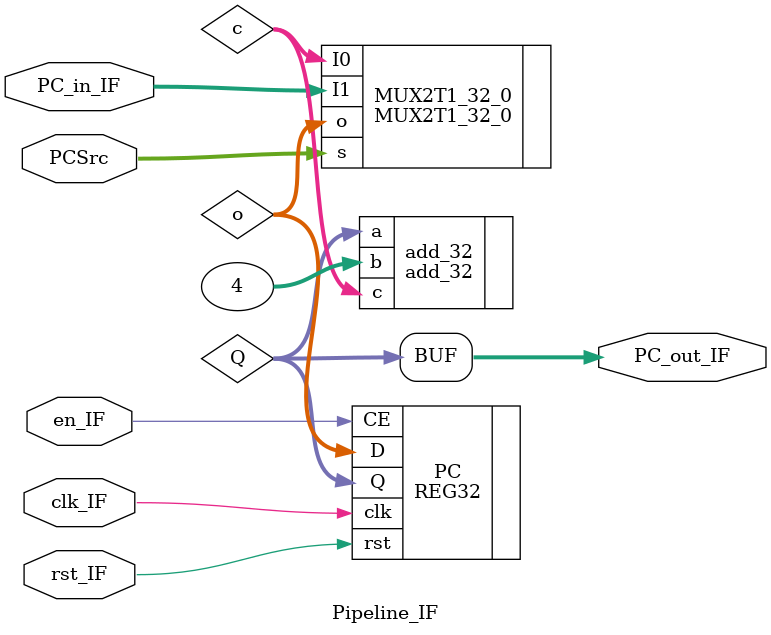
<source format=v>
`timescale 1ns / 1ps


module Pipeline_IF(
    input clk_IF,
    input rst_IF,
    input en_IF,
    input [31: 0] PC_in_IF,
    input [31: 0] PCSrc,
    output wire [31:0] PC_out_IF
    );

    wire [31: 0] o;
    wire [31: 0] Q;
    wire [31: 0] c;

    MUX2T1_32_0 MUX2T1_32_0 (
        .I0(c),
        .I1(PC_in_IF),
        .s(PCSrc),
        .o(o)
    );

    REG32 PC (
        .clk(clk_IF),
        .rst(rst_IF),
        .CE(en_IF),
        .D(o),
        .Q(Q)
    );

    add_32 add_32 (
        .a(Q),
        .b(32'h4),
        .c(c)
    );

    assign PC_out_IF = Q;
endmodule

</source>
